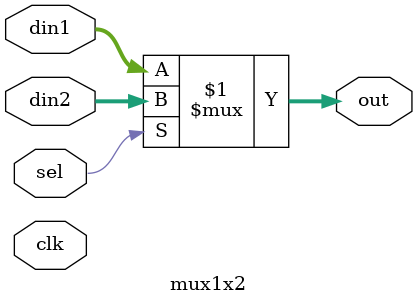
<source format=sv>
module mux1x2(din1,din2,sel,clk,out);
  input [7:0] din1,din2;
  input sel,clk;
  output [7:0] out;
  
  /*
  always @(posedge clk)
    if(sel)
      out=din2;
  else
    out=din1;
*/
  assign out=( sel ? din2 : din1);
  
endmodule
</source>
